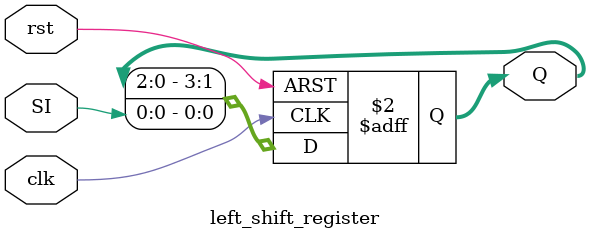
<source format=v>
module left_shift_register (
    input clk,
    input rst,
    input SI,           // Serial Input (bit to shift in)
    output reg [3:0] Q  // 4-bit shift register output
);

always @(posedge clk or posedge rst) begin
    if (rst)
        Q <= 4'b0000;
    else
        Q <= {Q[2:0], SI};  // Left shift and insert SI at LSB
end

endmodule

</source>
